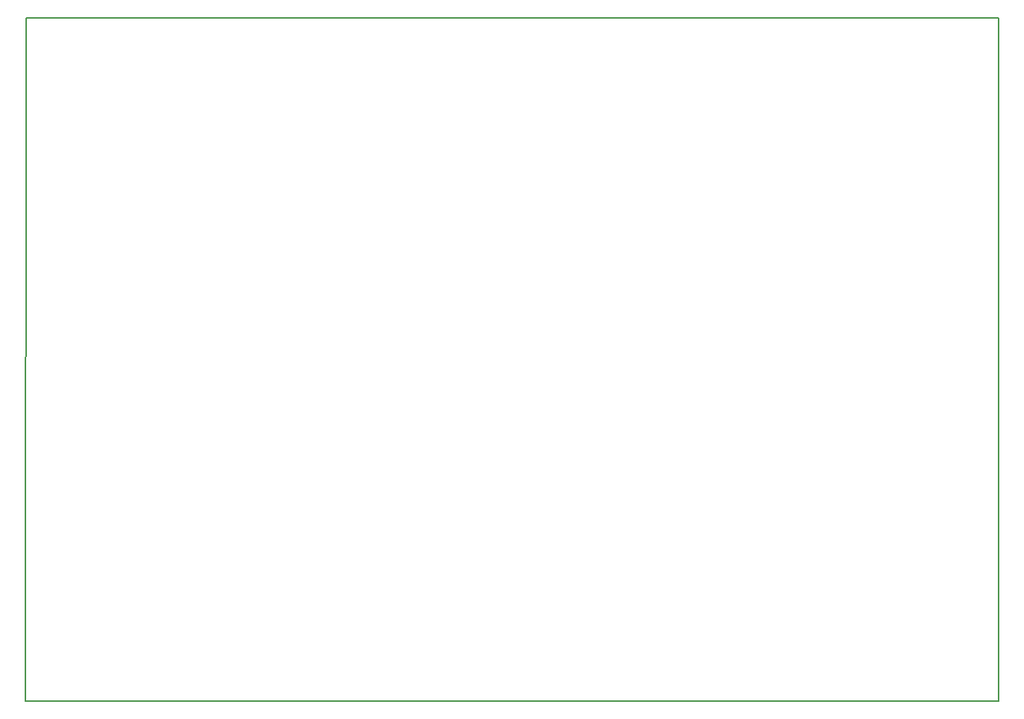
<source format=gbr>
G04 #@! TF.GenerationSoftware,KiCad,Pcbnew,5.1.2-f72e74a~84~ubuntu18.04.1*
G04 #@! TF.CreationDate,2019-06-28T13:57:40+02:00*
G04 #@! TF.ProjectId,shoulder_complex_control,73686f75-6c64-4657-925f-636f6d706c65,rev?*
G04 #@! TF.SameCoordinates,Original*
G04 #@! TF.FileFunction,Profile,NP*
%FSLAX46Y46*%
G04 Gerber Fmt 4.6, Leading zero omitted, Abs format (unit mm)*
G04 Created by KiCad (PCBNEW 5.1.2-f72e74a~84~ubuntu18.04.1) date 2019-06-28 13:57:40*
%MOMM*%
%LPD*%
G04 APERTURE LIST*
%ADD10C,0.150000*%
G04 APERTURE END LIST*
D10*
X205000000Y-130000000D02*
X205000000Y-120000000D01*
X94600000Y-130000000D02*
X205000000Y-130000000D01*
X94600000Y-130000000D02*
X94700000Y-52500000D01*
X205000000Y-52500000D02*
X205000000Y-120000000D01*
X94700000Y-52500000D02*
X205000000Y-52500000D01*
M02*

</source>
